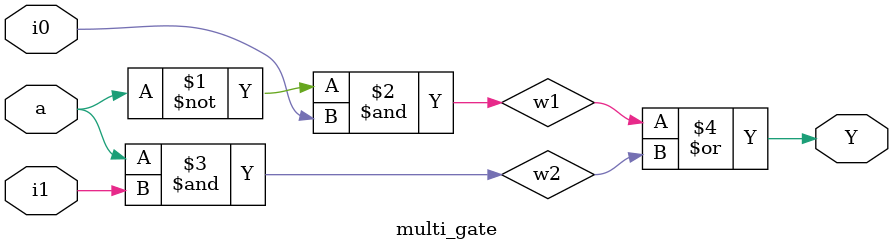
<source format=v>
module multi_gate (Y, i0, i1, a);
output Y;
input i0, i1, a; 
wire w1, w2; 
and (w1, ~a, i0); 
and (w2, a, i1); 
or (Y, w1, w2); 
endmodule


</source>
